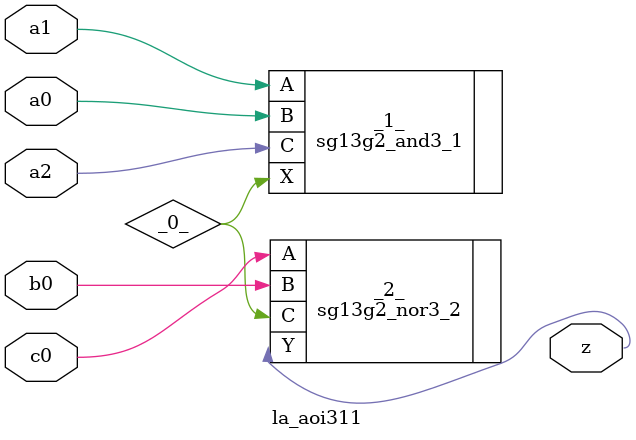
<source format=v>

/* Generated by Yosys 0.40+33 (git sha1 cd1fb8b15, g++ 11.4.0-1ubuntu1~22.04 -fPIC -Os) */

module la_aoi311(a0, a1, a2, b0, c0, z);
  wire _0_;
  input a0;
  wire a0;
  input a1;
  wire a1;
  input a2;
  wire a2;
  input b0;
  wire b0;
  input c0;
  wire c0;
  output z;
  wire z;
  sg13g2_and3_1 _1_ (
    .A(a1),
    .B(a0),
    .C(a2),
    .X(_0_)
  );
  sg13g2_nor3_2 _2_ (
    .A(c0),
    .B(b0),
    .C(_0_),
    .Y(z)
  );
endmodule

</source>
